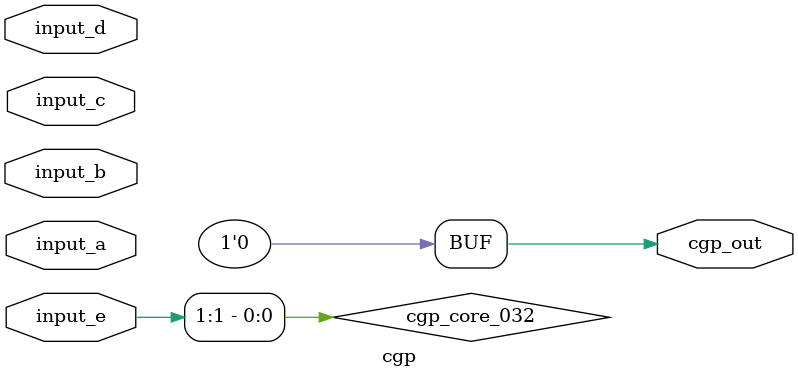
<source format=v>
module cgp(input [2:0] input_a, input [2:0] input_b, input [2:0] input_c, input [2:0] input_d, input [2:0] input_e, output [0:0] cgp_out);
  wire cgp_core_017;
  wire cgp_core_018_not;
  wire cgp_core_019;
  wire cgp_core_020;
  wire cgp_core_022;
  wire cgp_core_023;
  wire cgp_core_029;
  wire cgp_core_030;
  wire cgp_core_031;
  wire cgp_core_032;
  wire cgp_core_033;
  wire cgp_core_034;
  wire cgp_core_035_not;
  wire cgp_core_037;
  wire cgp_core_041;
  wire cgp_core_042;
  wire cgp_core_044;
  wire cgp_core_046;
  wire cgp_core_047;
  wire cgp_core_050;
  wire cgp_core_051;
  wire cgp_core_052;
  wire cgp_core_054;
  wire cgp_core_055;
  wire cgp_core_056;
  wire cgp_core_057;
  wire cgp_core_058;
  wire cgp_core_059;
  wire cgp_core_060;
  wire cgp_core_063;
  wire cgp_core_064;
  wire cgp_core_071;
  wire cgp_core_073;
  wire cgp_core_074;
  wire cgp_core_076;

  assign cgp_core_017 = input_c[1] ^ input_c[0];
  assign cgp_core_018_not = ~input_c[1];
  assign cgp_core_019 = input_a[0] & input_b[2];
  assign cgp_core_020 = input_b[1] | input_c[1];
  assign cgp_core_022 = input_b[2] & input_d[1];
  assign cgp_core_023 = cgp_core_020 | cgp_core_022;
  assign cgp_core_029 = ~input_d[2];
  assign cgp_core_030 = ~input_c[2];
  assign cgp_core_031 = input_c[1] ^ input_e[1];
  assign cgp_core_032 = input_e[1] & input_e[1];
  assign cgp_core_033 = cgp_core_031 & cgp_core_030;
  assign cgp_core_034 = input_e[1] & cgp_core_030;
  assign cgp_core_035_not = ~input_c[1];
  assign cgp_core_037 = input_d[2] & input_e[2];
  assign cgp_core_041 = cgp_core_017 ^ cgp_core_029;
  assign cgp_core_042 = cgp_core_017 ^ input_d[1];
  assign cgp_core_044 = input_b[2] & cgp_core_033;
  assign cgp_core_046 = ~(input_c[2] | input_d[0]);
  assign cgp_core_047 = ~cgp_core_044;
  assign cgp_core_050 = ~input_a[2];
  assign cgp_core_051 = input_b[0] | cgp_core_047;
  assign cgp_core_052 = input_b[1] & input_b[2];
  assign cgp_core_054 = input_b[2] ^ input_e[0];
  assign cgp_core_055 = ~(input_d[0] | cgp_core_052);
  assign cgp_core_056 = ~(input_d[0] | cgp_core_052);
  assign cgp_core_057 = ~(cgp_core_054 ^ input_d[1]);
  assign cgp_core_058 = ~(cgp_core_057 ^ cgp_core_057);
  assign cgp_core_059 = input_a[0] | cgp_core_057;
  assign cgp_core_060 = ~input_e[1];
  assign cgp_core_063 = ~(input_a[0] ^ cgp_core_050);
  assign cgp_core_064 = input_b[0] & cgp_core_063;
  assign cgp_core_071 = ~input_b[0];
  assign cgp_core_073 = ~cgp_core_041;
  assign cgp_core_074 = input_a[0] & cgp_core_073;
  assign cgp_core_076 = ~input_a[0];

  assign cgp_out[0] = 1'b0;
endmodule
</source>
